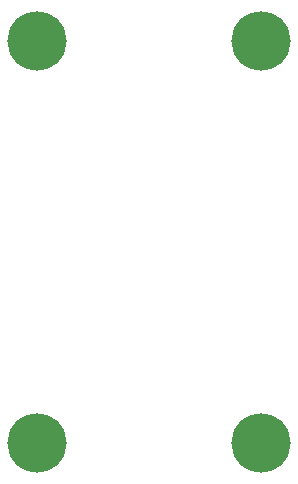
<source format=gbs>
G04*
G04 #@! TF.GenerationSoftware,Altium Limited,Altium Designer,23.3.1 (30)*
G04*
G04 Layer_Color=16711935*
%FSLAX25Y25*%
%MOIN*%
G70*
G04*
G04 #@! TF.SameCoordinates,E44149EA-E104-4754-9592-5F3D4FB4DBB9*
G04*
G04*
G04 #@! TF.FilePolarity,Negative*
G04*
G01*
G75*
%ADD20C,0.19764*%
D20*
X37402Y122047D02*
D03*
X-37402D02*
D03*
X37402Y255906D02*
D03*
X-37402D02*
D03*
M02*

</source>
